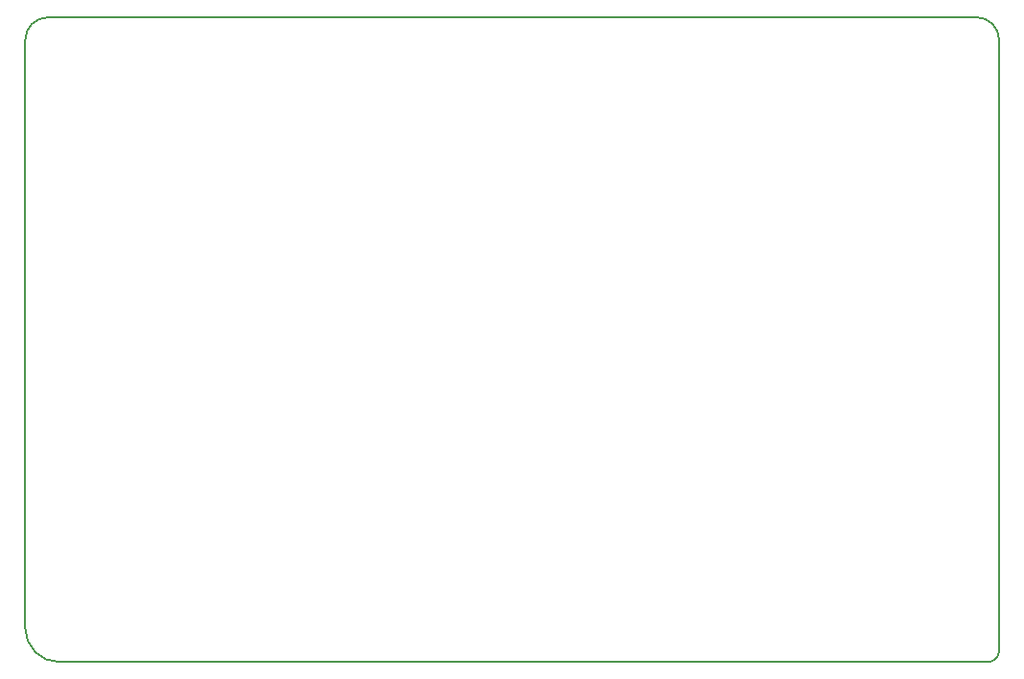
<source format=gbr>
G04 #@! TF.FileFunction,Profile,NP*
%FSLAX46Y46*%
G04 Gerber Fmt 4.6, Leading zero omitted, Abs format (unit mm)*
G04 Created by KiCad (PCBNEW 4.0.4-stable) date Saturday, 28 October 2017 'AMt' 09:45:45*
%MOMM*%
%LPD*%
G01*
G04 APERTURE LIST*
%ADD10C,0.100000*%
%ADD11C,0.150000*%
G04 APERTURE END LIST*
D10*
D11*
X204245000Y-128199000D02*
G75*
G03X205245000Y-127199000I0J1000000D01*
G01*
X204245000Y-128199000D02*
X122245000Y-128199000D01*
X205245000Y-73199000D02*
X205245000Y-127199000D01*
X203245000Y-71199000D02*
X121245000Y-71199000D01*
X205245000Y-73199000D02*
G75*
G03X203245000Y-71199000I-2000000J0D01*
G01*
X119245000Y-125199000D02*
X119245000Y-73199000D01*
X121245000Y-71199000D02*
G75*
G03X119245000Y-73199000I0J-2000000D01*
G01*
X119245000Y-125199000D02*
G75*
G03X122245000Y-128199000I3000000J0D01*
G01*
M02*

</source>
